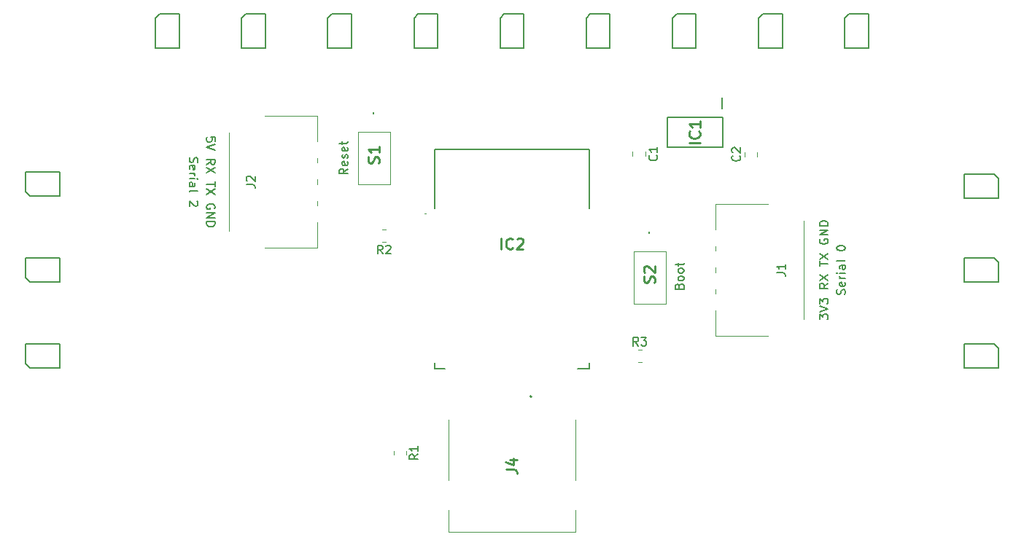
<source format=gbr>
%TF.GenerationSoftware,KiCad,Pcbnew,(6.0.1)*%
%TF.CreationDate,2022-12-13T21:33:40+01:00*%
%TF.ProjectId,SRD_Enhanced,5352445f-456e-4686-916e-6365642e6b69,rev?*%
%TF.SameCoordinates,Original*%
%TF.FileFunction,Legend,Top*%
%TF.FilePolarity,Positive*%
%FSLAX46Y46*%
G04 Gerber Fmt 4.6, Leading zero omitted, Abs format (unit mm)*
G04 Created by KiCad (PCBNEW (6.0.1)) date 2022-12-13 21:33:40*
%MOMM*%
%LPD*%
G01*
G04 APERTURE LIST*
%ADD10C,0.150000*%
%ADD11C,0.254000*%
%ADD12C,0.200000*%
%ADD13C,0.100000*%
%ADD14C,0.120000*%
G04 APERTURE END LIST*
D10*
X131178571Y-73369047D02*
X131226190Y-73226190D01*
X131273809Y-73178571D01*
X131369047Y-73130952D01*
X131511904Y-73130952D01*
X131607142Y-73178571D01*
X131654761Y-73226190D01*
X131702380Y-73321428D01*
X131702380Y-73702380D01*
X130702380Y-73702380D01*
X130702380Y-73369047D01*
X130750000Y-73273809D01*
X130797619Y-73226190D01*
X130892857Y-73178571D01*
X130988095Y-73178571D01*
X131083333Y-73226190D01*
X131130952Y-73273809D01*
X131178571Y-73369047D01*
X131178571Y-73702380D01*
X131702380Y-72559523D02*
X131654761Y-72654761D01*
X131607142Y-72702380D01*
X131511904Y-72750000D01*
X131226190Y-72750000D01*
X131130952Y-72702380D01*
X131083333Y-72654761D01*
X131035714Y-72559523D01*
X131035714Y-72416666D01*
X131083333Y-72321428D01*
X131130952Y-72273809D01*
X131226190Y-72226190D01*
X131511904Y-72226190D01*
X131607142Y-72273809D01*
X131654761Y-72321428D01*
X131702380Y-72416666D01*
X131702380Y-72559523D01*
X131702380Y-71654761D02*
X131654761Y-71750000D01*
X131607142Y-71797619D01*
X131511904Y-71845238D01*
X131226190Y-71845238D01*
X131130952Y-71797619D01*
X131083333Y-71750000D01*
X131035714Y-71654761D01*
X131035714Y-71511904D01*
X131083333Y-71416666D01*
X131130952Y-71369047D01*
X131226190Y-71321428D01*
X131511904Y-71321428D01*
X131607142Y-71369047D01*
X131654761Y-71416666D01*
X131702380Y-71511904D01*
X131702380Y-71654761D01*
X131035714Y-71035714D02*
X131035714Y-70654761D01*
X130702380Y-70892857D02*
X131559523Y-70892857D01*
X131654761Y-70845238D01*
X131702380Y-70750000D01*
X131702380Y-70654761D01*
X150404761Y-74333333D02*
X150452380Y-74190476D01*
X150452380Y-73952380D01*
X150404761Y-73857142D01*
X150357142Y-73809523D01*
X150261904Y-73761904D01*
X150166666Y-73761904D01*
X150071428Y-73809523D01*
X150023809Y-73857142D01*
X149976190Y-73952380D01*
X149928571Y-74142857D01*
X149880952Y-74238095D01*
X149833333Y-74285714D01*
X149738095Y-74333333D01*
X149642857Y-74333333D01*
X149547619Y-74285714D01*
X149500000Y-74238095D01*
X149452380Y-74142857D01*
X149452380Y-73904761D01*
X149500000Y-73761904D01*
X150404761Y-72952380D02*
X150452380Y-73047619D01*
X150452380Y-73238095D01*
X150404761Y-73333333D01*
X150309523Y-73380952D01*
X149928571Y-73380952D01*
X149833333Y-73333333D01*
X149785714Y-73238095D01*
X149785714Y-73047619D01*
X149833333Y-72952380D01*
X149928571Y-72904761D01*
X150023809Y-72904761D01*
X150119047Y-73380952D01*
X150452380Y-72476190D02*
X149785714Y-72476190D01*
X149976190Y-72476190D02*
X149880952Y-72428571D01*
X149833333Y-72380952D01*
X149785714Y-72285714D01*
X149785714Y-72190476D01*
X150452380Y-71857142D02*
X149785714Y-71857142D01*
X149452380Y-71857142D02*
X149500000Y-71904761D01*
X149547619Y-71857142D01*
X149500000Y-71809523D01*
X149452380Y-71857142D01*
X149547619Y-71857142D01*
X150452380Y-70952380D02*
X149928571Y-70952380D01*
X149833333Y-71000000D01*
X149785714Y-71095238D01*
X149785714Y-71285714D01*
X149833333Y-71380952D01*
X150404761Y-70952380D02*
X150452380Y-71047619D01*
X150452380Y-71285714D01*
X150404761Y-71380952D01*
X150309523Y-71428571D01*
X150214285Y-71428571D01*
X150119047Y-71380952D01*
X150071428Y-71285714D01*
X150071428Y-71047619D01*
X150023809Y-70952380D01*
X150452380Y-70333333D02*
X150404761Y-70428571D01*
X150309523Y-70476190D01*
X149452380Y-70476190D01*
X149452380Y-69000000D02*
X149452380Y-68904761D01*
X149500000Y-68809523D01*
X149547619Y-68761904D01*
X149642857Y-68714285D01*
X149833333Y-68666666D01*
X150071428Y-68666666D01*
X150261904Y-68714285D01*
X150357142Y-68761904D01*
X150404761Y-68809523D01*
X150452380Y-68904761D01*
X150452380Y-69000000D01*
X150404761Y-69095238D01*
X150357142Y-69142857D01*
X150261904Y-69190476D01*
X150071428Y-69238095D01*
X149833333Y-69238095D01*
X149642857Y-69190476D01*
X149547619Y-69142857D01*
X149500000Y-69095238D01*
X149452380Y-69000000D01*
X74345238Y-58416666D02*
X74297619Y-58559523D01*
X74297619Y-58797619D01*
X74345238Y-58892857D01*
X74392857Y-58940476D01*
X74488095Y-58988095D01*
X74583333Y-58988095D01*
X74678571Y-58940476D01*
X74726190Y-58892857D01*
X74773809Y-58797619D01*
X74821428Y-58607142D01*
X74869047Y-58511904D01*
X74916666Y-58464285D01*
X75011904Y-58416666D01*
X75107142Y-58416666D01*
X75202380Y-58464285D01*
X75250000Y-58511904D01*
X75297619Y-58607142D01*
X75297619Y-58845238D01*
X75250000Y-58988095D01*
X74345238Y-59797619D02*
X74297619Y-59702380D01*
X74297619Y-59511904D01*
X74345238Y-59416666D01*
X74440476Y-59369047D01*
X74821428Y-59369047D01*
X74916666Y-59416666D01*
X74964285Y-59511904D01*
X74964285Y-59702380D01*
X74916666Y-59797619D01*
X74821428Y-59845238D01*
X74726190Y-59845238D01*
X74630952Y-59369047D01*
X74297619Y-60273809D02*
X74964285Y-60273809D01*
X74773809Y-60273809D02*
X74869047Y-60321428D01*
X74916666Y-60369047D01*
X74964285Y-60464285D01*
X74964285Y-60559523D01*
X74297619Y-60892857D02*
X74964285Y-60892857D01*
X75297619Y-60892857D02*
X75250000Y-60845238D01*
X75202380Y-60892857D01*
X75250000Y-60940476D01*
X75297619Y-60892857D01*
X75202380Y-60892857D01*
X74297619Y-61797619D02*
X74821428Y-61797619D01*
X74916666Y-61750000D01*
X74964285Y-61654761D01*
X74964285Y-61464285D01*
X74916666Y-61369047D01*
X74345238Y-61797619D02*
X74297619Y-61702380D01*
X74297619Y-61464285D01*
X74345238Y-61369047D01*
X74440476Y-61321428D01*
X74535714Y-61321428D01*
X74630952Y-61369047D01*
X74678571Y-61464285D01*
X74678571Y-61702380D01*
X74726190Y-61797619D01*
X74297619Y-62416666D02*
X74345238Y-62321428D01*
X74440476Y-62273809D01*
X75297619Y-62273809D01*
X75202380Y-63511904D02*
X75250000Y-63559523D01*
X75297619Y-63654761D01*
X75297619Y-63892857D01*
X75250000Y-63988095D01*
X75202380Y-64035714D01*
X75107142Y-64083333D01*
X75011904Y-64083333D01*
X74869047Y-64035714D01*
X74297619Y-63464285D01*
X74297619Y-64083333D01*
X77297619Y-56559523D02*
X77297619Y-56083333D01*
X76821428Y-56035714D01*
X76869047Y-56083333D01*
X76916666Y-56178571D01*
X76916666Y-56416666D01*
X76869047Y-56511904D01*
X76821428Y-56559523D01*
X76726190Y-56607142D01*
X76488095Y-56607142D01*
X76392857Y-56559523D01*
X76345238Y-56511904D01*
X76297619Y-56416666D01*
X76297619Y-56178571D01*
X76345238Y-56083333D01*
X76392857Y-56035714D01*
X77297619Y-56892857D02*
X76297619Y-57226190D01*
X77297619Y-57559523D01*
X76297619Y-59226190D02*
X76773809Y-58892857D01*
X76297619Y-58654761D02*
X77297619Y-58654761D01*
X77297619Y-59035714D01*
X77250000Y-59130952D01*
X77202380Y-59178571D01*
X77107142Y-59226190D01*
X76964285Y-59226190D01*
X76869047Y-59178571D01*
X76821428Y-59130952D01*
X76773809Y-59035714D01*
X76773809Y-58654761D01*
X77297619Y-59559523D02*
X76297619Y-60226190D01*
X77297619Y-60226190D02*
X76297619Y-59559523D01*
X77297619Y-61226190D02*
X77297619Y-61797619D01*
X76297619Y-61511904D02*
X77297619Y-61511904D01*
X77297619Y-62035714D02*
X76297619Y-62702380D01*
X77297619Y-62702380D02*
X76297619Y-62035714D01*
X77250000Y-64369047D02*
X77297619Y-64273809D01*
X77297619Y-64130952D01*
X77250000Y-63988095D01*
X77154761Y-63892857D01*
X77059523Y-63845238D01*
X76869047Y-63797619D01*
X76726190Y-63797619D01*
X76535714Y-63845238D01*
X76440476Y-63892857D01*
X76345238Y-63988095D01*
X76297619Y-64130952D01*
X76297619Y-64226190D01*
X76345238Y-64369047D01*
X76392857Y-64416666D01*
X76726190Y-64416666D01*
X76726190Y-64226190D01*
X76297619Y-64845238D02*
X77297619Y-64845238D01*
X76297619Y-65416666D01*
X77297619Y-65416666D01*
X76297619Y-65892857D02*
X77297619Y-65892857D01*
X77297619Y-66130952D01*
X77250000Y-66273809D01*
X77154761Y-66369047D01*
X77059523Y-66416666D01*
X76869047Y-66464285D01*
X76726190Y-66464285D01*
X76535714Y-66416666D01*
X76440476Y-66369047D01*
X76345238Y-66273809D01*
X76297619Y-66130952D01*
X76297619Y-65892857D01*
X92702380Y-59738095D02*
X92226190Y-60071428D01*
X92702380Y-60309523D02*
X91702380Y-60309523D01*
X91702380Y-59928571D01*
X91750000Y-59833333D01*
X91797619Y-59785714D01*
X91892857Y-59738095D01*
X92035714Y-59738095D01*
X92130952Y-59785714D01*
X92178571Y-59833333D01*
X92226190Y-59928571D01*
X92226190Y-60309523D01*
X92654761Y-58928571D02*
X92702380Y-59023809D01*
X92702380Y-59214285D01*
X92654761Y-59309523D01*
X92559523Y-59357142D01*
X92178571Y-59357142D01*
X92083333Y-59309523D01*
X92035714Y-59214285D01*
X92035714Y-59023809D01*
X92083333Y-58928571D01*
X92178571Y-58880952D01*
X92273809Y-58880952D01*
X92369047Y-59357142D01*
X92654761Y-58500000D02*
X92702380Y-58404761D01*
X92702380Y-58214285D01*
X92654761Y-58119047D01*
X92559523Y-58071428D01*
X92511904Y-58071428D01*
X92416666Y-58119047D01*
X92369047Y-58214285D01*
X92369047Y-58357142D01*
X92321428Y-58452380D01*
X92226190Y-58500000D01*
X92178571Y-58500000D01*
X92083333Y-58452380D01*
X92035714Y-58357142D01*
X92035714Y-58214285D01*
X92083333Y-58119047D01*
X92654761Y-57261904D02*
X92702380Y-57357142D01*
X92702380Y-57547619D01*
X92654761Y-57642857D01*
X92559523Y-57690476D01*
X92178571Y-57690476D01*
X92083333Y-57642857D01*
X92035714Y-57547619D01*
X92035714Y-57357142D01*
X92083333Y-57261904D01*
X92178571Y-57214285D01*
X92273809Y-57214285D01*
X92369047Y-57690476D01*
X92035714Y-56928571D02*
X92035714Y-56547619D01*
X91702380Y-56785714D02*
X92559523Y-56785714D01*
X92654761Y-56738095D01*
X92702380Y-56642857D01*
X92702380Y-56547619D01*
X147452380Y-77238095D02*
X147452380Y-76619047D01*
X147833333Y-76952380D01*
X147833333Y-76809523D01*
X147880952Y-76714285D01*
X147928571Y-76666666D01*
X148023809Y-76619047D01*
X148261904Y-76619047D01*
X148357142Y-76666666D01*
X148404761Y-76714285D01*
X148452380Y-76809523D01*
X148452380Y-77095238D01*
X148404761Y-77190476D01*
X148357142Y-77238095D01*
X147452380Y-76333333D02*
X148452380Y-76000000D01*
X147452380Y-75666666D01*
X147452380Y-75428571D02*
X147452380Y-74809523D01*
X147833333Y-75142857D01*
X147833333Y-75000000D01*
X147880952Y-74904761D01*
X147928571Y-74857142D01*
X148023809Y-74809523D01*
X148261904Y-74809523D01*
X148357142Y-74857142D01*
X148404761Y-74904761D01*
X148452380Y-75000000D01*
X148452380Y-75285714D01*
X148404761Y-75380952D01*
X148357142Y-75428571D01*
X148452380Y-73047619D02*
X147976190Y-73380952D01*
X148452380Y-73619047D02*
X147452380Y-73619047D01*
X147452380Y-73238095D01*
X147500000Y-73142857D01*
X147547619Y-73095238D01*
X147642857Y-73047619D01*
X147785714Y-73047619D01*
X147880952Y-73095238D01*
X147928571Y-73142857D01*
X147976190Y-73238095D01*
X147976190Y-73619047D01*
X147452380Y-72714285D02*
X148452380Y-72047619D01*
X147452380Y-72047619D02*
X148452380Y-72714285D01*
X147452380Y-71047619D02*
X147452380Y-70476190D01*
X148452380Y-70761904D02*
X147452380Y-70761904D01*
X147452380Y-70238095D02*
X148452380Y-69571428D01*
X147452380Y-69571428D02*
X148452380Y-70238095D01*
X147500000Y-67904761D02*
X147452380Y-68000000D01*
X147452380Y-68142857D01*
X147500000Y-68285714D01*
X147595238Y-68380952D01*
X147690476Y-68428571D01*
X147880952Y-68476190D01*
X148023809Y-68476190D01*
X148214285Y-68428571D01*
X148309523Y-68380952D01*
X148404761Y-68285714D01*
X148452380Y-68142857D01*
X148452380Y-68047619D01*
X148404761Y-67904761D01*
X148357142Y-67857142D01*
X148023809Y-67857142D01*
X148023809Y-68047619D01*
X148452380Y-67428571D02*
X147452380Y-67428571D01*
X148452380Y-66857142D01*
X147452380Y-66857142D01*
X148452380Y-66380952D02*
X147452380Y-66380952D01*
X147452380Y-66142857D01*
X147500000Y-66000000D01*
X147595238Y-65904761D01*
X147690476Y-65857142D01*
X147880952Y-65809523D01*
X148023809Y-65809523D01*
X148214285Y-65857142D01*
X148309523Y-65904761D01*
X148404761Y-66000000D01*
X148452380Y-66142857D01*
X148452380Y-66380952D01*
D11*
%TO.C,S2*%
X128264047Y-72967619D02*
X128324523Y-72786190D01*
X128324523Y-72483809D01*
X128264047Y-72362857D01*
X128203571Y-72302380D01*
X128082619Y-72241904D01*
X127961666Y-72241904D01*
X127840714Y-72302380D01*
X127780238Y-72362857D01*
X127719761Y-72483809D01*
X127659285Y-72725714D01*
X127598809Y-72846666D01*
X127538333Y-72907142D01*
X127417380Y-72967619D01*
X127296428Y-72967619D01*
X127175476Y-72907142D01*
X127115000Y-72846666D01*
X127054523Y-72725714D01*
X127054523Y-72423333D01*
X127115000Y-72241904D01*
X127175476Y-71758095D02*
X127115000Y-71697619D01*
X127054523Y-71576666D01*
X127054523Y-71274285D01*
X127115000Y-71153333D01*
X127175476Y-71092857D01*
X127296428Y-71032380D01*
X127417380Y-71032380D01*
X127598809Y-71092857D01*
X128324523Y-71818571D01*
X128324523Y-71032380D01*
%TO.C,J4*%
X111054523Y-94673333D02*
X111961666Y-94673333D01*
X112143095Y-94733809D01*
X112264047Y-94854761D01*
X112324523Y-95036190D01*
X112324523Y-95157142D01*
X111477857Y-93524285D02*
X112324523Y-93524285D01*
X110994047Y-93826666D02*
X111901190Y-94129047D01*
X111901190Y-93342857D01*
D10*
%TO.C,C2*%
X138177142Y-58216666D02*
X138224761Y-58264285D01*
X138272380Y-58407142D01*
X138272380Y-58502380D01*
X138224761Y-58645238D01*
X138129523Y-58740476D01*
X138034285Y-58788095D01*
X137843809Y-58835714D01*
X137700952Y-58835714D01*
X137510476Y-58788095D01*
X137415238Y-58740476D01*
X137320000Y-58645238D01*
X137272380Y-58502380D01*
X137272380Y-58407142D01*
X137320000Y-58264285D01*
X137367619Y-58216666D01*
X137367619Y-57835714D02*
X137320000Y-57788095D01*
X137272380Y-57692857D01*
X137272380Y-57454761D01*
X137320000Y-57359523D01*
X137367619Y-57311904D01*
X137462857Y-57264285D01*
X137558095Y-57264285D01*
X137700952Y-57311904D01*
X138272380Y-57883333D01*
X138272380Y-57264285D01*
D11*
%TO.C,S1*%
X96264047Y-59067619D02*
X96324523Y-58886190D01*
X96324523Y-58583809D01*
X96264047Y-58462857D01*
X96203571Y-58402380D01*
X96082619Y-58341904D01*
X95961666Y-58341904D01*
X95840714Y-58402380D01*
X95780238Y-58462857D01*
X95719761Y-58583809D01*
X95659285Y-58825714D01*
X95598809Y-58946666D01*
X95538333Y-59007142D01*
X95417380Y-59067619D01*
X95296428Y-59067619D01*
X95175476Y-59007142D01*
X95115000Y-58946666D01*
X95054523Y-58825714D01*
X95054523Y-58523333D01*
X95115000Y-58341904D01*
X96324523Y-57132380D02*
X96324523Y-57858095D01*
X96324523Y-57495238D02*
X95054523Y-57495238D01*
X95235952Y-57616190D01*
X95356904Y-57737142D01*
X95417380Y-57858095D01*
D10*
%TO.C,R1*%
X100852380Y-92916666D02*
X100376190Y-93250000D01*
X100852380Y-93488095D02*
X99852380Y-93488095D01*
X99852380Y-93107142D01*
X99900000Y-93011904D01*
X99947619Y-92964285D01*
X100042857Y-92916666D01*
X100185714Y-92916666D01*
X100280952Y-92964285D01*
X100328571Y-93011904D01*
X100376190Y-93107142D01*
X100376190Y-93488095D01*
X100852380Y-91964285D02*
X100852380Y-92535714D01*
X100852380Y-92250000D02*
X99852380Y-92250000D01*
X99995238Y-92345238D01*
X100090476Y-92440476D01*
X100138095Y-92535714D01*
%TO.C,R3*%
X126420833Y-80302380D02*
X126087500Y-79826190D01*
X125849404Y-80302380D02*
X125849404Y-79302380D01*
X126230357Y-79302380D01*
X126325595Y-79350000D01*
X126373214Y-79397619D01*
X126420833Y-79492857D01*
X126420833Y-79635714D01*
X126373214Y-79730952D01*
X126325595Y-79778571D01*
X126230357Y-79826190D01*
X125849404Y-79826190D01*
X126754166Y-79302380D02*
X127373214Y-79302380D01*
X127039880Y-79683333D01*
X127182738Y-79683333D01*
X127277976Y-79730952D01*
X127325595Y-79778571D01*
X127373214Y-79873809D01*
X127373214Y-80111904D01*
X127325595Y-80207142D01*
X127277976Y-80254761D01*
X127182738Y-80302380D01*
X126897023Y-80302380D01*
X126801785Y-80254761D01*
X126754166Y-80207142D01*
D11*
%TO.C,IC2*%
X110510238Y-69074523D02*
X110510238Y-67804523D01*
X111840714Y-68953571D02*
X111780238Y-69014047D01*
X111598809Y-69074523D01*
X111477857Y-69074523D01*
X111296428Y-69014047D01*
X111175476Y-68893095D01*
X111115000Y-68772142D01*
X111054523Y-68530238D01*
X111054523Y-68348809D01*
X111115000Y-68106904D01*
X111175476Y-67985952D01*
X111296428Y-67865000D01*
X111477857Y-67804523D01*
X111598809Y-67804523D01*
X111780238Y-67865000D01*
X111840714Y-67925476D01*
X112324523Y-67925476D02*
X112385000Y-67865000D01*
X112505952Y-67804523D01*
X112808333Y-67804523D01*
X112929285Y-67865000D01*
X112989761Y-67925476D01*
X113050238Y-68046428D01*
X113050238Y-68167380D01*
X112989761Y-68348809D01*
X112264047Y-69074523D01*
X113050238Y-69074523D01*
D10*
%TO.C,J1*%
X142492380Y-71833333D02*
X143206666Y-71833333D01*
X143349523Y-71880952D01*
X143444761Y-71976190D01*
X143492380Y-72119047D01*
X143492380Y-72214285D01*
X143492380Y-70833333D02*
X143492380Y-71404761D01*
X143492380Y-71119047D02*
X142492380Y-71119047D01*
X142635238Y-71214285D01*
X142730476Y-71309523D01*
X142778095Y-71404761D01*
%TO.C,C1*%
X128537142Y-58166666D02*
X128584761Y-58214285D01*
X128632380Y-58357142D01*
X128632380Y-58452380D01*
X128584761Y-58595238D01*
X128489523Y-58690476D01*
X128394285Y-58738095D01*
X128203809Y-58785714D01*
X128060952Y-58785714D01*
X127870476Y-58738095D01*
X127775238Y-58690476D01*
X127680000Y-58595238D01*
X127632380Y-58452380D01*
X127632380Y-58357142D01*
X127680000Y-58214285D01*
X127727619Y-58166666D01*
X128632380Y-57214285D02*
X128632380Y-57785714D01*
X128632380Y-57500000D02*
X127632380Y-57500000D01*
X127775238Y-57595238D01*
X127870476Y-57690476D01*
X127918095Y-57785714D01*
%TO.C,J2*%
X80912380Y-61583333D02*
X81626666Y-61583333D01*
X81769523Y-61630952D01*
X81864761Y-61726190D01*
X81912380Y-61869047D01*
X81912380Y-61964285D01*
X81007619Y-61154761D02*
X80960000Y-61107142D01*
X80912380Y-61011904D01*
X80912380Y-60773809D01*
X80960000Y-60678571D01*
X81007619Y-60630952D01*
X81102857Y-60583333D01*
X81198095Y-60583333D01*
X81340952Y-60630952D01*
X81912380Y-61202380D01*
X81912380Y-60583333D01*
%TO.C,R2*%
X96745833Y-69627380D02*
X96412500Y-69151190D01*
X96174404Y-69627380D02*
X96174404Y-68627380D01*
X96555357Y-68627380D01*
X96650595Y-68675000D01*
X96698214Y-68722619D01*
X96745833Y-68817857D01*
X96745833Y-68960714D01*
X96698214Y-69055952D01*
X96650595Y-69103571D01*
X96555357Y-69151190D01*
X96174404Y-69151190D01*
X97126785Y-68722619D02*
X97174404Y-68675000D01*
X97269642Y-68627380D01*
X97507738Y-68627380D01*
X97602976Y-68675000D01*
X97650595Y-68722619D01*
X97698214Y-68817857D01*
X97698214Y-68913095D01*
X97650595Y-69055952D01*
X97079166Y-69627380D01*
X97698214Y-69627380D01*
D11*
%TO.C,IC1*%
X133574523Y-56739761D02*
X132304523Y-56739761D01*
X133453571Y-55409285D02*
X133514047Y-55469761D01*
X133574523Y-55651190D01*
X133574523Y-55772142D01*
X133514047Y-55953571D01*
X133393095Y-56074523D01*
X133272142Y-56135000D01*
X133030238Y-56195476D01*
X132848809Y-56195476D01*
X132606904Y-56135000D01*
X132485952Y-56074523D01*
X132365000Y-55953571D01*
X132304523Y-55772142D01*
X132304523Y-55651190D01*
X132365000Y-55469761D01*
X132425476Y-55409285D01*
X133574523Y-54199761D02*
X133574523Y-54925476D01*
X133574523Y-54562619D02*
X132304523Y-54562619D01*
X132485952Y-54683571D01*
X132606904Y-54804523D01*
X132667380Y-54925476D01*
D12*
%TO.C,IC10*%
X110850000Y-41750000D02*
X110375000Y-42250000D01*
X110850000Y-41750000D02*
X113125000Y-41750000D01*
X110375000Y-45750000D02*
X110375000Y-42250000D01*
X113125000Y-41750000D02*
X113125000Y-45750000D01*
X113125000Y-45750000D02*
X110375000Y-45750000D01*
D13*
%TO.C,S2*%
X125900000Y-69350000D02*
X129600000Y-69350000D01*
D12*
X127650000Y-67100000D02*
X127650000Y-67100000D01*
D13*
X129600000Y-75450000D02*
X125900000Y-75450000D01*
X129600000Y-69350000D02*
X129600000Y-75450000D01*
D12*
X127650000Y-67100000D02*
X127650000Y-67100000D01*
X127650000Y-67200000D02*
X127650000Y-67200000D01*
D13*
X125900000Y-75450000D02*
X125900000Y-69350000D01*
D12*
X127650000Y-67100000D02*
G75*
G03*
X127650000Y-67200000I0J-50000D01*
G01*
X127650000Y-67200000D02*
G75*
G03*
X127650000Y-67100000I0J50000D01*
G01*
X127650000Y-67100000D02*
G75*
G03*
X127650000Y-67200000I0J-50000D01*
G01*
%TO.C,IC12*%
X133125000Y-45750000D02*
X130375000Y-45750000D01*
X130850000Y-41750000D02*
X133125000Y-41750000D01*
X130850000Y-41750000D02*
X130375000Y-42250000D01*
X133125000Y-41750000D02*
X133125000Y-45750000D01*
X130375000Y-45750000D02*
X130375000Y-42250000D01*
D13*
%TO.C,J4*%
X104400000Y-99360000D02*
X104400000Y-101900000D01*
X104400000Y-101900000D02*
X119100000Y-101900000D01*
X119100000Y-101900000D02*
X119100000Y-99360000D01*
X104400000Y-88900000D02*
X104400000Y-95900000D01*
D12*
X114050000Y-86200000D02*
X114050000Y-86200000D01*
X113850000Y-86200000D02*
X113850000Y-86200000D01*
D13*
X119100000Y-95900000D02*
X119100000Y-88900000D01*
D12*
X113850000Y-86200000D02*
G75*
G03*
X114050000Y-86200000I100000J0D01*
G01*
X114050000Y-86200000D02*
G75*
G03*
X113850000Y-86200000I-100000J0D01*
G01*
%TO.C,IC16*%
X168250000Y-70600000D02*
X168250000Y-72875000D01*
X164250000Y-70125000D02*
X167750000Y-70125000D01*
X164250000Y-72875000D02*
X164250000Y-70125000D01*
X168250000Y-72875000D02*
X164250000Y-72875000D01*
X168250000Y-70600000D02*
X167750000Y-70125000D01*
%TO.C,IC15*%
X168250000Y-63125000D02*
X164250000Y-63125000D01*
X164250000Y-60375000D02*
X167750000Y-60375000D01*
X168250000Y-60850000D02*
X168250000Y-63125000D01*
X164250000Y-63125000D02*
X164250000Y-60375000D01*
X168250000Y-60850000D02*
X167750000Y-60375000D01*
D14*
%TO.C,C2*%
X138765000Y-58311252D02*
X138765000Y-57788748D01*
X140235000Y-58311252D02*
X140235000Y-57788748D01*
D12*
%TO.C,IC6*%
X70375000Y-45750000D02*
X70375000Y-42250000D01*
X70850000Y-41750000D02*
X73125000Y-41750000D01*
X73125000Y-41750000D02*
X73125000Y-45750000D01*
X73125000Y-45750000D02*
X70375000Y-45750000D01*
X70850000Y-41750000D02*
X70375000Y-42250000D01*
%TO.C,S1*%
X95650000Y-53200000D02*
X95650000Y-53200000D01*
D13*
X97600000Y-61550000D02*
X93900000Y-61550000D01*
D12*
X95650000Y-53300000D02*
X95650000Y-53300000D01*
D13*
X97600000Y-55450000D02*
X97600000Y-61550000D01*
X93900000Y-61550000D02*
X93900000Y-55450000D01*
D12*
X95650000Y-53200000D02*
X95650000Y-53200000D01*
D13*
X93900000Y-55450000D02*
X97600000Y-55450000D01*
D12*
X95650000Y-53300000D02*
G75*
G03*
X95650000Y-53200000I0J50000D01*
G01*
X95650000Y-53200000D02*
G75*
G03*
X95650000Y-53300000I0J-50000D01*
G01*
X95650000Y-53200000D02*
G75*
G03*
X95650000Y-53300000I0J-50000D01*
G01*
%TO.C,IC9*%
X100850000Y-41750000D02*
X103125000Y-41750000D01*
X103125000Y-41750000D02*
X103125000Y-45750000D01*
X100850000Y-41750000D02*
X100375000Y-42250000D01*
X103125000Y-45750000D02*
X100375000Y-45750000D01*
X100375000Y-45750000D02*
X100375000Y-42250000D01*
%TO.C,IC7*%
X83125000Y-45750000D02*
X80375000Y-45750000D01*
X80850000Y-41750000D02*
X80375000Y-42250000D01*
X80850000Y-41750000D02*
X83125000Y-41750000D01*
X83125000Y-41750000D02*
X83125000Y-45750000D01*
X80375000Y-45750000D02*
X80375000Y-42250000D01*
%TO.C,IC3*%
X59250000Y-82875000D02*
X55750000Y-82875000D01*
X55250000Y-80125000D02*
X59250000Y-80125000D01*
X55250000Y-82400000D02*
X55250000Y-80125000D01*
X55250000Y-82400000D02*
X55750000Y-82875000D01*
X59250000Y-80125000D02*
X59250000Y-82875000D01*
D14*
%TO.C,R1*%
X98015000Y-92522936D02*
X98015000Y-92977064D01*
X99485000Y-92522936D02*
X99485000Y-92977064D01*
%TO.C,R3*%
X126360436Y-80765000D02*
X126814564Y-80765000D01*
X126360436Y-82235000D02*
X126814564Y-82235000D01*
D12*
%TO.C,IC5*%
X59250000Y-62875000D02*
X55750000Y-62875000D01*
X55250000Y-62400000D02*
X55750000Y-62875000D01*
X55250000Y-60125000D02*
X59250000Y-60125000D01*
X59250000Y-60125000D02*
X59250000Y-62875000D01*
X55250000Y-62400000D02*
X55250000Y-60125000D01*
D13*
%TO.C,IC2*%
X101750000Y-64950000D02*
X101750000Y-64950000D01*
D12*
X102750000Y-64300000D02*
X102750000Y-57500000D01*
X120750000Y-83000000D02*
X120750000Y-82300000D01*
X102750000Y-57500000D02*
X120750000Y-57500000D01*
X120750000Y-57500000D02*
X120750000Y-64300000D01*
D13*
X101650000Y-64950000D02*
X101650000Y-64950000D01*
D12*
X119385000Y-83000000D02*
X120750000Y-83000000D01*
X102750000Y-82300000D02*
X102750000Y-83000000D01*
X102750000Y-83000000D02*
X103985000Y-83000000D01*
D13*
X101750000Y-64950000D02*
G75*
G03*
X101650000Y-64950000I-50000J0D01*
G01*
X101650000Y-64950000D02*
G75*
G03*
X101750000Y-64950000I50000J0D01*
G01*
D14*
%TO.C,J1*%
X135369200Y-79132700D02*
X141459371Y-79132700D01*
X135369200Y-76230440D02*
X135369200Y-79132700D01*
X135369200Y-71230440D02*
X135369200Y-71769560D01*
X135369200Y-73730440D02*
X135369200Y-74269560D01*
X145630800Y-77215559D02*
X145630800Y-65784441D01*
X135369200Y-63867300D02*
X135369200Y-66769560D01*
X135369200Y-68730440D02*
X135369200Y-69269560D01*
X141459371Y-63867300D02*
X135369200Y-63867300D01*
D12*
%TO.C,IC11*%
X120375000Y-45750000D02*
X120375000Y-42250000D01*
X120850000Y-41750000D02*
X123125000Y-41750000D01*
X120850000Y-41750000D02*
X120375000Y-42250000D01*
X123125000Y-41750000D02*
X123125000Y-45750000D01*
X123125000Y-45750000D02*
X120375000Y-45750000D01*
D14*
%TO.C,C1*%
X127235000Y-57738748D02*
X127235000Y-58261252D01*
X125765000Y-57738748D02*
X125765000Y-58261252D01*
%TO.C,J2*%
X89130800Y-68882700D02*
X89130800Y-65980440D01*
X89130800Y-61519560D02*
X89130800Y-60980440D01*
X89130800Y-53617300D02*
X83040629Y-53617300D01*
X89130800Y-59019560D02*
X89130800Y-58480440D01*
X89130800Y-56519560D02*
X89130800Y-53617300D01*
X78869200Y-55534441D02*
X78869200Y-66965559D01*
X83040629Y-68882700D02*
X89130800Y-68882700D01*
X89130800Y-64019560D02*
X89130800Y-63480440D01*
D12*
%TO.C,IC17*%
X164250000Y-80125000D02*
X167750000Y-80125000D01*
X168250000Y-80600000D02*
X167750000Y-80125000D01*
X168250000Y-82875000D02*
X164250000Y-82875000D01*
X164250000Y-82875000D02*
X164250000Y-80125000D01*
X168250000Y-80600000D02*
X168250000Y-82875000D01*
D14*
%TO.C,R2*%
X97139564Y-68260000D02*
X96685436Y-68260000D01*
X97139564Y-66790000D02*
X96685436Y-66790000D01*
D12*
%TO.C,IC13*%
X140375000Y-45750000D02*
X140375000Y-42250000D01*
X140850000Y-41750000D02*
X140375000Y-42250000D01*
X143125000Y-45750000D02*
X140375000Y-45750000D01*
X143125000Y-41750000D02*
X143125000Y-45750000D01*
X140850000Y-41750000D02*
X143125000Y-41750000D01*
%TO.C,IC1*%
X129750000Y-57250000D02*
X129750000Y-53750000D01*
X136125000Y-51475000D02*
X136125000Y-52725000D01*
X129750000Y-53750000D02*
X136250000Y-53750000D01*
X136250000Y-57250000D02*
X129750000Y-57250000D01*
X136250000Y-53750000D02*
X136250000Y-57250000D01*
%TO.C,IC4*%
X59250000Y-70125000D02*
X59250000Y-72875000D01*
X55250000Y-70125000D02*
X59250000Y-70125000D01*
X55250000Y-72400000D02*
X55750000Y-72875000D01*
X59250000Y-72875000D02*
X55750000Y-72875000D01*
X55250000Y-72400000D02*
X55250000Y-70125000D01*
%TO.C,IC8*%
X90850000Y-41750000D02*
X93125000Y-41750000D01*
X93125000Y-41750000D02*
X93125000Y-45750000D01*
X90375000Y-45750000D02*
X90375000Y-42250000D01*
X90850000Y-41750000D02*
X90375000Y-42250000D01*
X93125000Y-45750000D02*
X90375000Y-45750000D01*
%TO.C,IC14*%
X153125000Y-41750000D02*
X153125000Y-45750000D01*
X150375000Y-45750000D02*
X150375000Y-42250000D01*
X150850000Y-41750000D02*
X153125000Y-41750000D01*
X153125000Y-45750000D02*
X150375000Y-45750000D01*
X150850000Y-41750000D02*
X150375000Y-42250000D01*
%TD*%
M02*

</source>
